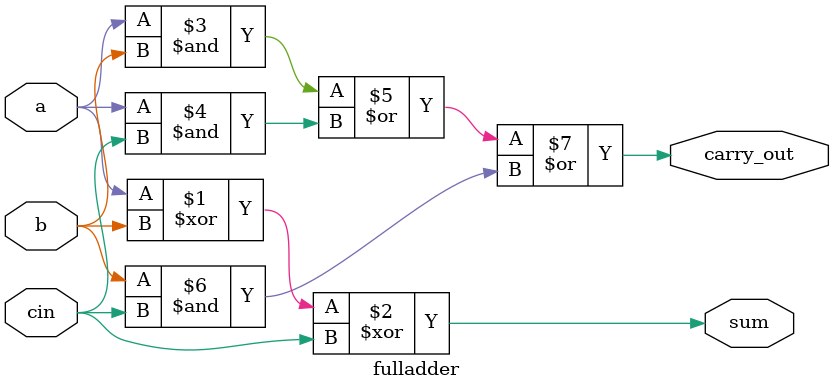
<source format=v>
module fulladder(a,b,cin,sum,carry_out);
  input a,b,cin; 
  output sum,carry_out;
  assign sum=a^b^cin;
  assign carry_out=a&b|a&cin|b&cin;
endmodule

</source>
